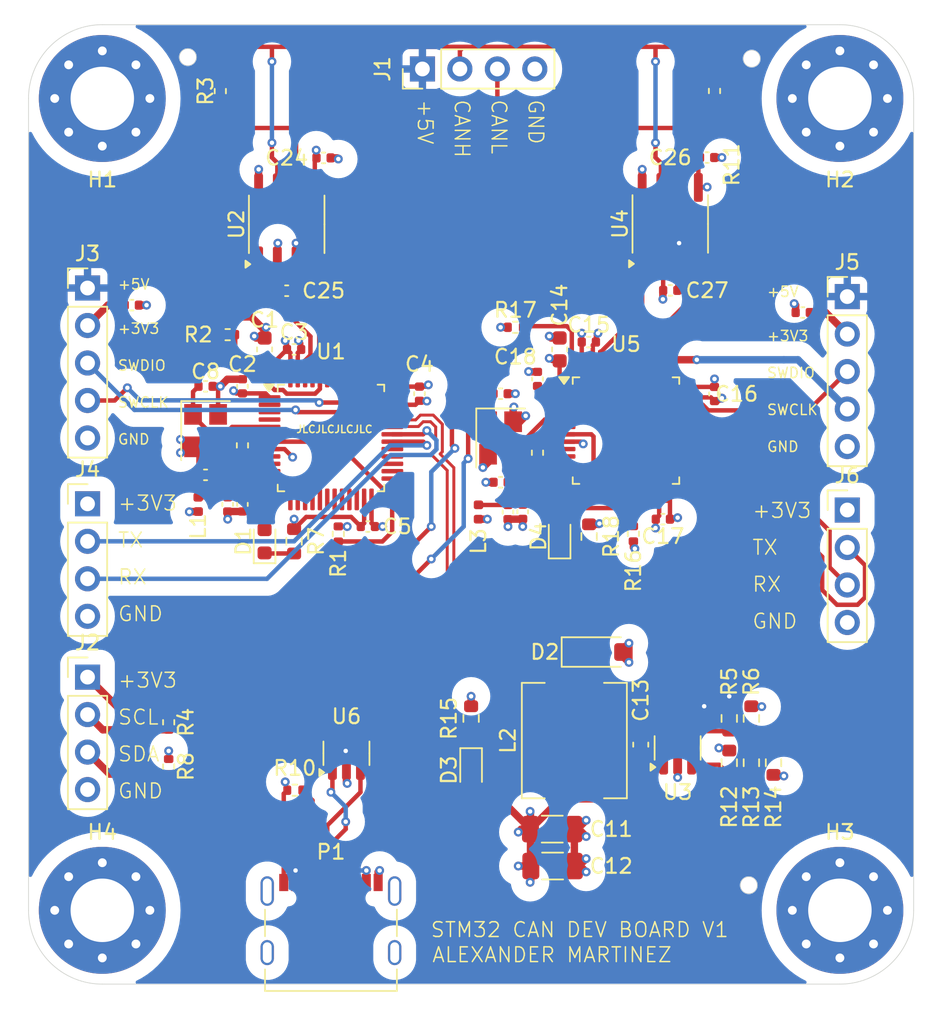
<source format=kicad_pcb>
(kicad_pcb (version 20240108) (generator "pcbnew") (generator_version "8.0")
  (layers (0 "F.Cu" signal) (1 "In1.Cu" power) (2 "In2.Cu" power) (31 "B.Cu" signal) (34 "B.Paste" user) (35 "F.Paste" user) (36 "B.SilkS" user "B.Silkscreen") (37 "F.SilkS" user "F.Silkscreen") (38 "B.Mask" user) (39 "F.Mask" user) (44 "Edge.Cuts" user))
  (net 0 "")
  (net 1 "+3V3")
  (net 2 "GND")
  (net 3 "+3.3VA")
  (net 4 "HSE_IN")
  (net 5 "Net-(C10-Pad1)")
  (net 6 "BUCK_SW")
  (net 7 "BUCK_BST")
  (net 8 "+3.3VA2")
  (net 9 "HSE_IN2")
  (net 10 "Net-(C23-Pad1)")
  (net 11 "LED_STATUS")
  (net 12 "Net-(D1-K)")
  (net 13 "LED_STATUS2")
  (net 14 "Net-(D3-K)")
  (net 15 "Net-(D4-K)")
  (net 16 "SWCLK")
  (net 17 "SWDIO")
  (net 18 "+5V")
  (net 19 "SWDIO2")
  (net 20 "SWCLK2")
  (net 21 "I2C1_SDA")
  (net 22 "I2C1_SCL")
  (net 23 "USART1_RX2")
  (net 24 "USART1_TX2")
  (net 25 "USART1_RX")
  (net 26 "USART1_TX")
  (net 27 "CANL")
  (net 28 "CANH")
  (net 29 "Net-(P1-CC)")
  (net 31 "USB_D-")
  (net 32 "USB_D+")
  (net 33 "BUCK_EN")
  (net 34 "HSE_OUT")
  (net 35 "BUCK_FB")
  (net 36 "Net-(R13-Pad2)")
  (net 37 "Net-(U1-NRST)")
  (net 38 "Net-(U1-BOOT0)")
  (net 39 "Net-(U5-NRST)")
  (net 40 "Net-(U5-BOOT0)")
  (net 41 "HSE_OUT2")
  (net 50 "CAN_RX")
  (net 66 "CAN_TX")
  (net 70 "CAN_TX2")
  (net 76 "CAN_RX2")
  (net 98 "USB_CONN_D-")
  (net 99 "USB_CONN_D+")
  (footprint "Resistor_SMD:R_0402_1005Metric" (layer "F.Cu") (at 141 77.49 90)
    (property "Reference" "R16")
    (property "Value" "10k")
  )
  (footprint "Capacitor_SMD:C_0603_1608Metric" (layer "F.Cu") (at 136 65 90)
    (property "Reference" "C14")
    (property "Value" "4u7")
  )
  (footprint "Capacitor_SMD:C_0402_1005Metric" (layer "F.Cu") (at 143.5 61 180)
    (property "Reference" "C27")
    (property "Value" "100n")
  )
  (footprint "Capacitor_SMD:C_0603_1608Metric" (layer "F.Cu") (at 141.5 91.775 -90)
    (property "Reference" "C13")
    (property "Value" "10n")
  )
  (footprint "Crystal:Crystal_SMD_3225-4Pin_3.2x2.5mm" (layer "F.Cu") (at 112 70.5 -90)
    (property "Reference" "Y1")
    (property "Value" "16MHz")
  )
  (footprint "Resistor_SMD:R_0402_1005Metric" (layer "F.Cu") (at 146.5 47.49 -90)
    (property "Reference" "R11")
    (property "Value" "120")
  )
  (footprint "MountingHole:MountingHole_4.3mm_M4_Pad_Via" (layer "F.Cu") (at 105 48)
    (property "Reference" "H1")
    (property "Value" "MountingHole_Pad")
  )
  (footprint "Crystal:Crystal_SMD_3225-4Pin_3.2x2.5mm" (layer "F.Cu") (at 132 71 -90)
    (property "Reference" "Y2")
    (property "Value" "16MHz")
  )
  (footprint "Capacitor_SMD:C_0402_1005Metric" (layer "F.Cu") (at 107 62)
    (property "Reference" "C19")
    (property "Value" "100n")
  )
  (footprint "Capacitor_SMD:C_0402_1005Metric" (layer "F.Cu") (at 143 76.5 180)
    (property "Reference" "C17")
    (property "Value" "100n")
  )
  (footprint "Capacitor_SMD:C_0402_1005Metric" (layer "F.Cu") (at 132 74 180)
    (property "Reference" "C23")
    (property "Value" "12p")
  )
  (footprint "MountingHole:MountingHole_4.3mm_M4_Pad_Via" (layer "F.Cu") (at 155 103)
    (property "Reference" "H3")
    (property "Value" "MountingHole_Pad")
  )
  (footprint "Resistor_SMD:R_0603_1608Metric" (layer "F.Cu") (at 150.5 93 -90)
    (property "Reference" "R14")
    (property "Value" "270")
  )
  (footprint "Capacitor_SMD:C_0402_1005Metric" (layer "F.Cu") (at 132.5 76.02 -90)
    (property "Reference" "C20")
    (property "Value" "1u")
  )
  (footprint "Capacitor_SMD:C_0402_1005Metric" (layer "F.Cu") (at 112 67.5)
    (property "Reference" "C8")
    (property "Value" "12p")
  )
  (footprint "Capacitor_SMD:C_1206_3216Metric" (layer "F.Cu") (at 135.525 100)
    (property "Reference" "C12")
    (property "Value" "10u")
  )
  (footprint "Package_SO:SOIC-8_3.9x4.9mm_P1.27mm" (layer "F.Cu") (at 143.5 56.5 90)
    (property "Reference" "U4")
    (property "Value" "MCP2562-E-SN")
  )
  (footprint "Capacitor_SMD:C_0402_1005Metric" (layer "F.Cu") (at 114.5 67.5 90)
    (property "Reference" "C2")
    (property "Value" "100n")
  )
  (footprint "Resistor_SMD:R_0402_1005Metric" (layer "F.Cu") (at 134.5 72 -90)
    (property "Reference" "R19")
    (property "Value" "47")
  )
  (footprint "Resistor_SMD:R_0402_1005Metric" (layer "F.Cu") (at 109.5 93.26 -90)
    (property "Reference" "R8")
    (property "Value" "2k2")
  )
  (footprint "Capacitor_SMD:C_0603_1608Metric" (layer "F.Cu") (at 116 65 90)
    (property "Reference" "C1")
    (property "Value" "4u7")
  )
  (footprint "Resistor_SMD:R_0402_1005Metric" (layer "F.Cu") (at 121 77.5 -90)
    (property "Reference" "R1")
    (property "Value" "10k")
  )
  (footprint "Connector_USB:USB_C_Receptacle_Palconn_UTC16-G" (layer "F.Cu") (at 120.5 103.625)
    (property "Reference" "P1")
    (property "Value" "USB_C_Plug_USB2.0")
  )
  (footprint "Resistor_SMD:R_0402_1005Metric" (layer "F.Cu") (at 118.05 94.8625 180)
    (property "Reference" "R10")
    (property "Value" "10k")
  )
  (footprint "Resistor_SMD:R_0402_1005Metric" (layer "F.Cu") (at 113.5 64)
    (property "Reference" "R2")
    (property "Value" "10k")
  )
  (footprint "Inductor_SMD:L_0402_1005Metric" (layer "F.Cu") (at 130.5 76.015 90)
    (property "Reference" "L3")
    (property "Value" "39n")
  )
  (footprint "Resistor_SMD:R_0402_1005Metric" (layer "F.Cu") (at 109.5 90.26 -90)
    (property "Reference" "R4")
    (property "Value" "2k2")
  )
  (footprint "Resistor_SMD:R_0603_1608Metric" (layer "F.Cu") (at 149 93 90)
    (property "Reference" "R13")
    (property "Value" "15k")
  )
  (footprint "Connector_PinHeader_2.54mm:PinHeader_1x04_P2.54mm_Vertical" (layer "F.Cu") (at 126.7 46 90)
    (property "Reference" "J1")
    (property "Value" "Conn_01x04")
  )
  (footprint "Capacitor_SMD:C_0402_1005Metric" (layer "F.Cu") (at 146 52 180)
    (property "Reference" "C26")
    (property "Value" "100n")
  )
  (footprint "Resistor_SMD:R_0402_1005Metric" (layer "F.Cu") (at 133 63.5)
    (property "Reference" "R17")
    (property "Value" "10k")
  )
  (footprint "Connector_PinHeader_2.54mm:PinHeader_1x05_P2.54mm_Vertical" (layer "F.Cu") (at 104 60.84)
    (property "Reference" "J3")
    (property "Value" "Conn_01x05")
  )
  (footprint "Resistor_SMD:R_0603_1608Metric" (layer "F.Cu") (at 147.5 93 -90)
    (property "Reference" "R12")
    (property "Value" "47k")
  )
  (footprint "LED_SMD:LED_0603_1608Metric" (layer "F.Cu") (at 116 78 90)
    (property "Reference" "D1")
    (property "Value" "BLUE")
  )
  (footprint "Inductor_SMD:L_0402_1005Metric" (layer "F.Cu") (at 111.5 75.5 90)
    (property "Reference" "L1")
    (property "Value" "39n")
  )
  (footprint "Capacitor_SMD:C_0402_1005Metric" (layer "F.Cu") (at 134.5 67 90)
    (property "Reference" "C18")
    (property "Value" "100n")
  )
  (footprint "Resistor_SMD:R_0603_1608Metric" (layer "F.Cu") (at 138 77.675 -90)
    (property "Reference" "R18")
    (property "Value" "1k5")
  )
  (footprint "Inductor_SMD:L_Chilisin_BMRx00060630" (layer "F.Cu") (at 137 91.5 -90)
    (property "Reference" "L2")
    (property "Value" "10u")
  )
  (footprint "Capacitor_SMD:C_0402_1005Metric" (layer "F.Cu") (at 137.98 64.5)
    (property "Reference" "C15")
    (property "Value" "100n")
  )
  (footprint "Resistor_SMD:R_0402_1005Metric" (layer "F.Cu") (at 114.5 71.5 -90)
    (property "Reference" "R9")
    (property "Value" "47")
  )
  (footprint "Capacitor_SMD:C_0402_1005Metric" (layer "F.Cu") (at 114.5 75.5 -90)
    (property "Reference" "C9")
    (property "Value" "10n")
  )
  (footprint "Diode_SMD:D_SOD-123" (layer "F.Cu") (at 138.5 85.5)
    (property "Reference" "D2")
    (property "Value" "B5819W")
  )
  (footprint "Resistor_SMD:R_0603_1608Metric" (layer "F.Cu") (at 118 78 -90)
    (property "Reference" "R7")
    (property "Value" "1k5")
  )
  (footprint "LED_SMD:LED_0603_1608Metric" (layer "F.Cu") (at 130 93.5 -90)
    (property "Reference" "D3")
    (property "Value" "RED")
  )
  (footprint "Capacitor_SMD:C_0402_1005Metric" (layer "F.Cu") (at 152.48 62.5 180)
    (property "Reference" "C6")
    (property "Value" "100n")
  )
  (footprint "Package_TO_SOT_SMD:SOT-23-6" (layer "F.Cu") (at 144 92 90)
    (property "Reference" "U3")
    (property "Value" "MP2359DJ-LF-Z")
  )
  (footprint "Connector_PinHeader_2.54mm:PinHeader_1x05_P2.54mm_Vertical" (layer "F.Cu") (at 155.5 61.42)
    (property "Reference" "J5")
    (property "Value" "Conn_01x05")
  )
  (footprint "Connector_PinHeader_2.54mm:PinHeader_1x04_P2.54mm_Vertical" (layer "F.Cu") (at 155.5 75.88)
    (property "Reference" "J6")
    (property "Value" "Conn_01x04")
  )
  (footprint "MountingHole:MountingHole_4.3mm_M4_Pad_Via" (layer "F.Cu") (at 155 48)
    (property "Reference" "H2")
    (property "Value" "MountingHole_Pad")
  )
  (footprint "Resistor_SMD:R_0603_1608Metric" (layer "F.Cu") (at 149 90 90)
    (property "Reference" "R6")
    (property "Value" "68k")
  )
  (footprint "Resistor_SMD:R_0603_1608Metric" (layer "F.Cu") (at 130 90 -90)
    (property "Reference" "R15")
    (property "Value" "1k")
  )
  (footprint "Capacitor_SMD:C_0402_1005Metric" (layer "F.Cu") (at 118 65)
    (property "Reference" "C3")
    (property "Value" "100n")
  )
  (footprint "Connector_PinHeader_2.54mm:PinHeader_1x04_P2.54mm_Vertical" (layer "F.Cu") (at 104 75.46)
    (property "Reference" "J4")
    (property "Value" "Conn_01x04")
  )
  (footprint "Capacitor_SMD:C_0402_1005Metric" (layer "F.Cu") (at 120 52.025)
    (property "Reference" "C24")
    (property "Value" "100n")
  )
  (footprint "Package_QFP:LQFP-48_7x7mm_P0.5mm" (layer "F.Cu") (at 140.5 70.5)
    (property "Reference" "U5")
    (property "Value" "STM32F103C8Tx")
  )
  (footprint "Resistor_SMD:R_0603_1608Metric" (layer "F.Cu") (at 147.5 90 -90)
    (property "Reference" "R5")
    (property "Value" "100k")
  )
  (footprint "Package_SO:SOIC-8_3.9x4.9mm_P1.27mm" (layer "F.Cu") (at 117.5 56.525 90)
    (property "Reference" "U2")
    (property "Value" "MCP2562-E-SN")
  )
  (footprint "Capacitor_SMD:C_0402_1005Metric" (layer "F.Cu") (at 117.5 61.025)
    (property "Reference" "C25")
    (property "Value" "100n")
  )
  (footprint "Capacitor_SMD:C_1206_3216Metric" (layer "F.Cu") (at 135.5 97.5)
    (property "Reference" "C11")
    (property "Value" "10u")
  )
  (footprint "Capacitor_SMD:C_0402_1005Metric" (layer "F.Cu") (at 132 68)
    (property "Reference" "C21")
    (property "Value" "12p")
  )
  (footprint "Connector_PinHeader_2.54mm:PinHeader_1x04_P2.54mm_Vertical" (layer "F.Cu") (at 104 87.2)
    (property "Reference" "J2")
    (property "Value" "Conn_01x04")
  )
  (footprint "Capacitor_SMD:C_0402_1005Metric" (layer "F.Cu") (at 113.5 75.5 -90)
    (property "Reference" "C7")
    (property "Value" "1u")
  )
  (footprint "MountingHole:MountingHole_4.3mm_M4_Pad_Via" (layer "F.Cu") (at 105 103)
    (property "Reference" "H4")
    (property "Value" "MountingHole_Pad")
  )
  (footprint "Package_QFP:LQFP-48_7x7mm_P0.5mm" (layer "F.Cu") (at 120.5 71)
    (property "Reference" "U1")
    (property "Value" "STM32F103C8Tx")
  )
  (footprint "Capacitor_SMD:C_0402_1005Metric" (layer "F.Cu") (at 133.5 76 -90)
    (property "Reference" "C22")
    (property "Value" "10n")
  )
  (footprint "Capacitor_SMD:C_0402_1005Metric" (layer "F.Cu") (at 126.5 68 -90)
    (property "Reference" "C4")
    (property "Value" "100n")
  )
  (footprint "Capacitor_SMD:C_0402_1005Metric" (layer "F.Cu") (at 123 77 180)
    (property "Reference" "C5")
    (property "Value" "100n")
  )
  (footprint "LED_SMD:LED_0603_1608Metric" (layer "F.Cu") (at 136 77.675 90)
    (property "Reference" "D4")
    (property "Value" "BLUE")
  )
  (footprint "Package_TO_SOT_SMD:SOT-23-6" (layer "F.Cu") (at 121.55 92.3625 90)
    (property "Reference" "U6")
    (property "Value" "USBLC6-2SC6")
  )
  (footprint "Resistor_SMD:R_0402_1005Metric" (layer "F.Cu") (at 113 47.5 -90)
    (property "Reference" "R3")
    (property "Value" "120")
  )
  (footprint "Capacitor_SMD:C_0402_1005Metric" (layer "F.Cu") (at 112 73.5 180)
    (property "Reference" "C10")
    (property "Value" "12p")
  )
  (footprint "Capacitor_SMD:C_0402_1005Metric" (layer "F.Cu") (at 146.5 68.02 -90)
    (property "Reference" "C16")
    (property "Value" "100n")
  )
  (gr_circle (center 110.8 45.2) (end 111.376 45.2) (stroke (width 0.05)) (fill none) (layer "Edge.Cuts"))
  (gr_line (start 105 43) (end 155 43) (stroke (width 0.05)) (layer "Edge.Cuts"))
  (gr_arc (start 155 43) (mid 158.535534 44.464466) (end 160 48) (stroke (width 0.05)) (layer "Edge.Cuts"))
  (gr_arc (start 105 108) (mid 101.464466 106.535534) (end 100 103) (stroke (width 0.05)) (layer "Edge.Cuts"))
  (gr_arc (start 160 103) (mid 158.535534 106.535534) (end 155 108) (stroke (width 0.05)) (layer "Edge.Cuts"))
  (gr_circle (center 148.824 101.3) (end 149.4 101.3) (stroke (width 0.05)) (fill none) (layer "Edge.Cuts"))
  (gr_line (start 160 48) (end 160 103) (stroke (width 0.05)) (layer "Edge.Cuts"))
  (gr_line (start 105 108) (end 155 108) (stroke (width 0.05)) (layer "Edge.Cuts"))
  (gr_line (start 100 103) (end 100 48) (stroke (width 0.05)) (layer "Edge.Cuts"))
  (gr_arc (start 100 48) (mid 101.464466 44.464466) (end 105 43) (stroke (width 0.05)) (layer "Edge.Cuts"))
  (gr_circle (center 149.024 45.3) (end 149.6 45.3) (stroke (width 0.05)) (fill none) (layer "Edge.Cuts"))
  (gr_text "SDA" (at 106 93 0) (layer "F.SilkS") (effects (font (size 1 1) (thickness 0.1)) (justify left bottom)))
  (gr_text "GND\n" (at 106 71.5 0) (layer "F.SilkS") (effects (font (size 0.7 0.7) (thickness 0.1)) (justify left bottom)))
  (gr_text "+5V\n" (at 150 61.5 0) (layer "F.SilkS") (effects (font (size 0.7 0.7) (thickness 0.1)) (justify left bottom)))
  (gr_text "TX\n" (at 106 78.5 0) (layer "F.SilkS") (effects (font (size 1 1) (thickness 0.1)) (justify left bottom)))
  (gr_text "RX" (at 149 81.5 0) (layer "F.SilkS") (effects (font (size 1 1) (thickness 0.1)) (justify left bottom)))
  (gr_text "GND" (at 133.8 48 270) (layer "F.SilkS") (effects (font (size 1 1) (thickness 0.1)) (justify left bottom)))
  (gr_text "SCL\n" (at 106 90.5 0) (layer "F.SilkS") (effects (font (size 1 1) (thickness 0.1)) (justify left bottom)))
  (gr_text "+5V\n" (at 106 61 0) (layer "F.SilkS") (effects (font (size 0.7 0.7) (thickness 0.1)) (justify left bottom)))
  (gr_text "GND\n" (at 106 83.5 0) (layer "F.SilkS") (effects (font (size 1 1) (thickness 0.1)) (justify left bottom)))
  (gr_text "SWDIO\n" (at 150 67 0) (layer "F.SilkS") (effects (font (size 0.7 0.7) (thickness 0.1)) (justify left bottom)))
  (gr_text "SWCLK" (at 150 69.5 0) (layer "F.SilkS") (effects (font (size 0.7 0.7) (thickness 0.1)) (justify left bottom)))
  (gr_text "+3V3\n" (at 149 76.5 0) (layer "F.SilkS") (effects (font (size 1 1) (thickness 0.1)) (justify left bottom)))
  (gr_text "SWDIO\n" (at 106 66.5 0) (layer "F.SilkS") (effects (font (size 0.7 0.7) (thickness 0.1)) (justify left bottom)))
  (gr_text "GND\n" (at 150 72 0) (layer "F.SilkS") (effects (font (size 0.7 0.7) (thickness 0.1)) (justify left bottom)))
  (gr_text "+3V3\n" (at 106 88 0) (layer "F.SilkS") (effects (font (size 1 1) (thickness 0.1)) (justify left bottom)))
  (gr_text "STM32 CAN DEV BOARD V1" (at 127.2 104.9 0) (layer "F.SilkS") (effects (font (size 1 1) (thickness 0.1)) (justify left bottom)))
  (gr_text "+3V3\n" (at 150 64.5 0) (layer "F.SilkS") (effects (font (size 0.7 0.7) (thickness 0.1)) (justify left bottom)))
  (gr_text "CANL" (at 131.3 48 270) (layer "F.SilkS") (effects (font (size 1 1) (thickness 0.1)) (justify left bottom)))
  (gr_text "GND\n" (at 106 95.5 0) (layer "F.SilkS") (effects (font (size 1 1) (thickness 0.1)) (justify left bottom)))
  (gr_text "GND\n" (at 149 84 0) (layer "F.SilkS") (effects (font (size 1 1) (thickness 0.1)) (justify left bottom)))
  (gr_text "RX" (at 106 81 0) (layer "F.SilkS") (effects (font (size 1 1) (thickness 0.1)) (justify left bottom)))
  (gr_text "+3V3\n" (at 106 76 0) (layer "F.SilkS") (effects (font (size 1 1) (thickness 0.1)) (justify left bottom)))
  (gr_text "+3V3\n" (at 106 64 0) (layer "F.SilkS") (effects (font (size 0.7 0.7) (thickness 0.1)) (justify left bottom)))
  (gr_text "TX\n" (at 149 79 0) (layer "F.SilkS") (effects (font (size 1 1) (thickness 0.1)) (justify left bottom)))
  (gr_text "SWCLK" (at 106 69 0) (layer "F.SilkS") (effects (font (size 0.7 0.7) (thickness 0.1)) (justify left bottom)))
  (gr_text "CANH" (at 128.8 48 270) (layer "F.SilkS") (effects (font (size 1 1) (thickness 0.1)) (justify left bottom)))
  (gr_text "ALEXANDER MARTINEZ" (at 127.3 106.6 0) (layer "F.SilkS") (effects (font (size 1 1) (thickness 0.1)) (justify left bottom)))
  (gr_text "+5V\n" (at 126.3 48 270) (layer "F.SilkS") (effects (font (size 1 1) (thickness 0.1)) (justify left bottom)))
  (gr_text "JLCJLCJLCJLC\n" (at 118.1 70.7 0) (layer "F.SilkS") (effects (font (size 0.5 0.5) (thickness 0.1)) (justify left bottom)))
  (segment (start 117.75 66.8375) (end 117.75 65.23) (width 0.3) (layer "F.Cu") (net 1))
  (segment (start 134.025 96.325) (end 134 96.3) (width 0.5) (layer "F.Cu") (net 1))
  (segment (start 137.5 64.5) (end 137.5 63.9) (width 0.3) (layer "F.Cu") (net 1))
  (segment (start 126.5 67.52) (end 126.98 67.52) (width 0.3) (layer "F.Cu") (net 1))
  (segment (start 114.5 67.98) (end 114.08 67.98) (width 0.3) (layer "F.Cu") (net 1))
  (segment (start 130.8125 94.2875) (end 130 94.2875) (width 0.5) (layer "F.Cu") (net 1))
  (segment (start 134.05 101.05) (end 134 101.1) (width 0.5) (layer "F.Cu") (net 1))
  (segment (start 152.96 62.5) (end 154.04 62.5) (width 0.5) (layer "F.Cu") (net 1))
  (segment (start 116.745 65.775) (end 117.52 65) (width 0.3) (layer "F.Cu") (net 1))
  (segment (start 109.5 92.75) (end 109.5 92.2) (width 0.3) (layer "F.Cu") (net 1))
  (segment (start 125.3925 67.52) (end 126.5 67.52) (width 0.3) (layer "F.Cu") (net 1))
  (segment (start 145.405 54.025) (end 145.405 52.115) (width 0.3) (layer "F.Cu") (net 1))
  (segment (start 116.0675 67.98) (end 116.3375 68.25) (width 0.3) (layer "F.Cu") (net 1))
  (segment (start 114.08 67.98) (end 113.9 67.8) (width 0.3) (layer "F.Cu") (net 1))
  (segment (start 116 65.775) (end 116.745 65.775) (width 0.3) (layer "F.Cu") (net 1))
  (segment (start 119.405 54.05) (end 119.405 52.14) (width 0.3) (layer "F.Cu") (net 1))
  (segment (start 106.55 89.75) (end 104 87.2) (width 0.5) (layer "F.Cu") (net 1))
  (segment (start 145.975 54.025) (end 146 54) (width 0.3) (layer "F.Cu") (net 1))
  (segment (start 109.5 89.75) (end 106.55 89.75) (width 0.5) (layer "F.Cu") (net 1))
  (segment (start 144.8725 67.54) (end 144.6625 67.75) (width 0.3) (layer "F.Cu") (net 1))
  (segment (start 136 65.775) (end 136 67.4125) (width 0.3) (layer "F.Cu") (net 1))
  (segment (start 126.98 67.52) (end 127.1 67.4) (width 0.3) (layer "F.Cu") (net 1))
  (segment (start 135.475 65.775) (end 135.3 65.6) (width 0.3) (layer "F.Cu") (net 1))
  (segment (start 134.77 67.75) (end 134.5 67.48) (width 0.3) (layer "F.Cu") (net 1))
  (segment (start 134.05 100) (end 134.05 101.05) (width 0.5) (layer "F.Cu") (net 1))
  (segment (start 134.05 100) (end 133.2 100) (width 0.5) (layer "F.Cu") (net 1))
  (segment (start 136.3375 67.75) (end 134.77 67.75) (width 0.3) (layer "F.Cu") (net 1))
  (segment (start 143.48 74.8925) (end 143.25 74.6625) (width 0.3) (layer "F.Cu") (net 1))
  (segment (start 143.48 76.5) (end 143.9 76.5) (width 0.3) (layer "F.Cu") (net 1))
  (segment (start 109.819999 89.75) (end 109.5 89.75) (width 0.5) (layer "F.Cu") (net 1))
  (segment (start 124.6625 68.25) (end 125.3925 67.52) (width 0.3) (layer "F.Cu") (net 1))
  (segment (start 134.025 97.5) (end 134.025 96.325) (width 0.5) (layer "F.Cu") (net 1))
  (segment (start 145.405 54.025) (end 145.975 54.025) (width 0.3) (layer "F.Cu") (net 1))
  (segment (start 134.025 99.975) (end 134.05 100) (width 0.5) (layer "F.Cu") (net 1))
  (segment (start 111.5 75.985) (end 110.915 75.985) (width 0.5) (layer "F.Cu") (net 1))
  (segment (start 134.025 97.5) (end 134.025 99.975) (width 0.5) (layer "F.Cu") (net 1))
  (segment (start 137.5 64.5) (end 137.5 66.0875) (width 0.3) (layer "F.Cu") (net 1))
  (segment (start 130.5 76.5) (end 131.1 76.5) (width 0.5) (layer "F.Cu") (net 1))
  (segment (start 123.25 76.77) (end 123.48 77) (width 0.3) (layer "F.Cu") (net 1))
  (segment (start 136 65.775) (end 135.475 65.775) (width 0.3) (layer "F.Cu") (net 1))
  (segment (start 117.75 65.23) (end 117.52 65) (width 0.3) (layer "F.Cu") (net 1))
  (segment (start 154.04 62.5) (end 155.5 63.96) (width 0.5) (layer "F.Cu") (net 1))
  (segment (start 134.025 97.5) (end 133.4 97.5) (width 0.5) (layer "F.Cu") (net 1))
  (segment (start 134.025 97.5) (end 137 94.525) (width 0.5) (layer "F.Cu") (net 1))
  (segment (start 141 78.4) (end 141.1 78.5) (width 0.5) (layer "F.Cu") (net 1))
  (segment (start 133.4 97.5) (end 133.2 97.7) (width 0.5) (layer "F.Cu") (net 1))
  (segment (start 106.52 62) (end 105.38 62) (width 0.5) (layer "F.Cu") (net 1))
  (segment (start 110.915 75.985) (end 110.9 76) (width 0.5) (layer "F.Cu") (net 1))
  (segment (start 119.405 52.14) (end 119.52 52.025) (width 0.3) (layer "F.Cu") (net 1))
  (segment (start 117.52 64.52) (end 117.4 64.4) (width 0.3) (layer "F.Cu") (net 1))
  (segment (start 117.52 65) (end 117.52 64.52) (width 0.3) (layer "F.Cu") (net 1))
  (segment (start 145.405 52.115) (end 145.52 52) (width 0.3) (layer "F.Cu") (net 1))
  (segment (start 136 67.4125) (end 136.3375 67.75) (width 0.3) (layer "F.Cu") (net 1))
  (segment (start 143.9 76.5) (end 144 76.4) (width 0.3) (layer "F.Cu") (net 1))
  (segment (start 146.5 67.54) (end 144.8725 67.54) (width 0.3) (layer "F.Cu") (net 1))
  (segment (start 141 78) (end 141 78.4) (width 0.5) (layer "F.Cu") (net 1))
  (segment (start 134.025 97.5) (end 130.8125 94.2875) (width 0.5) (layer "F.Cu") (net 1))
  (segment (start 105.38 62) (end 104 63.38) (width 0.5) (layer "F.Cu") (net 1))
  (segment (start 143.48 76.5) (end 143.48 74.8925) (width 0.3) (layer "F.Cu") (net 1))
  (segment (start 114.5 67.98) (end 116.0675 67.98) (width 0.3) (layer "F.Cu") (net 1))
  (segment (start 137.5 66.0875) (end 137.75 66.3375) (width 0.3) (layer "F.Cu") (net 1))
  (segment (start 123.25 75.1625) (end 123.25 76.77) (width 0.3) (layer "F.Cu") (net 1))
  (via (at 134 101.1) (size 0.6) (drill 0.3) (layers "F.Cu" "B.Cu") (net 1))
  (via (at 124 77) (size 0.6) (drill 0.3) (layers "F.Cu" "B.Cu") (net 1))
  (via (at 144 76.4) (size 0.6) (drill 0.3) (layers "F.Cu" "B.Cu") (net 1))
  (via (at 131.1 76.5) (size 0.6) (drill 0.3) (layers "F.Cu" "B.Cu") (net 1))
  (via (at 117.4 64.4) (size 0.6) (drill 0.3) (layers "F.Cu" "B.Cu") (net 1))
  (via (at 133.2 100) (size 0.6) (drill 0.3) (layers "F.Cu" "B.Cu") (net 1))
  (via (at 109.5 92.2) (size 0.6) (drill 0.3) (layers "F.Cu" "B.Cu") (net 1))
  (via (at 141.1 78.5) (size 0.6) (drill 0.3) (layers "F.Cu" "B.Cu") (net 1))
  (via (at 121.6 77) (size 0.6) (drill 0.3) (layers "F.Cu" "B.Cu") (net 1))
  (via (at 110.9 76) (size 0.6) (drill 0.3) (layers "F.Cu" "B.Cu") (net 1))
  (via (at 146.5 67) (size 0.6) (drill 0.3) (layers "F.Cu" "B.Cu") (net 1))
  (via (at 127.1 67.4) (size 0.6) (drill 0.3) (layers "F.Cu" "B.Cu") (net 1))
  (via (at 133.2 97.7) (size 0.6) (drill 0.3) (layers "F.Cu" "B.Cu") (net 1))
  (via (at 146.8 92) (size 0.6) (drill 0.3) (layers "F.Cu" "B.Cu") (net 1))
  (via (at 113.9 67.8) (size 0.6) (drill 0.3) (layers "F.Cu" "B.Cu") (net 1))
  (via (at 134 96.3) (size 0.6) (drill 0.3) (layers "F.Cu" "B.Cu") (net 1))
  (via (at 135.3 65.6) (size 0.6) (drill 0.3) (layers "F.Cu" "B.Cu") (net 1))
  (via (at 119.5 51.5) (size 0.6) (drill 0.3) (layers "F.Cu" "B.Cu") (net 1))
  (via (at 137.5 63.9) (size 0.6) (drill 0.3) (layers "F.Cu" "B.Cu") (net 1))
  (via (at 146 54) (size 0.6) (drill 0.3) (layers "F.Cu" "B.Cu") (net 1))
  (segment (start 118.825 76.35) (end 118 77.175) (width 0.3) (layer "F.Cu") (net 2))
  (segment (start 132.49 63.5) (end 132 63.5) (width 0.5) (layer "F.Cu") (net 2))
  (segment (start 124.6625 68.75) (end 126.23 68.75) (width 0.3) (layer "F.Cu") (net 2))
  (segment (start 122.75 75.1625) (end 122.75 76.77) (width 0.3) (layer "F.Cu") (net 2))
  (segment (start 152 62.5) (end 152 62) (width 0.5) (layer "F.Cu") (net 2))
  (segment (start 142.52 76.5) (end 142.52 77.08) (width 0.3) (layer "F.Cu") (net 2))
  (segment (start 138.46 64.5) (end 138.25 64.71) (width 0.3) (layer "F.Cu") (net 2))
  (segment (start 137.45 71.25) (end 136.3375 71.25) (width 0.3) (layer "F.Cu") (net 2))
  (segment (start 114.5 67.02) (end 113.48 67.02) (width 0.5) (layer "F.Cu") (net 2))
  (segment (start 131.15 72.1) (end 131.15 72.65) (width 0.5) (layer "F.Cu") (net 2))
  (segment (start 111.15 71.6) (end 110.7 71.6) (width 0.5) (layer "F.Cu") (net 2))
  (segment (start 146.5 68.5) (end 146.25 68.25) (width 0.3) (layer "F.Cu") (net 2))
  (segment (start 133.3 69.9) (end 133.7 69.5) (width 0.5) (layer "F.Cu") (net 2))
  (segment (start 142.52 77.08) (end 142.5 77.1) (width 0.3) (layer "F.Cu") (net 2))
  (segment (start 131.52 74) (end 131 74) (width 0.5) (layer "F.Cu") (net 2))
  (segment (start 137.3 97.5) (end 137.8 98) (width 0.5) (layer "F.Cu") (net 2))
  (segment (start 132.5 76.5) (end 133.48 76.5) (width 0.5) (layer "F.Cu") (net 2))
  (segment (start 120.925 52.025) (end 121 52.1) (width 0.5) (layer "F.Cu") (net 2))
  (segment (start 138.25 64.71) (end 138.25 66.3375) (width 0.3) (layer "F.Cu") (net 2))
  (segment (start 122.75 76.77) (end 122.52 77) (width 0.3) (layer "F.Cu") (net 2))
  (segment (start 132.85 69.9) (end 133.3 69.9) (width 0.5) (layer "F.Cu") (net 2))
  (segment (start 107.48 62) (end 108 62) (width 0.5) (layer "F.Cu") (net 2))
  (segment (start 143 61.02) (end 143.02 61) (width 0.5) (layer "F.Cu") (net 2))
  (segment (start 126.5 68.48) (end 126.98 68.48) (width 0.3) (layer "F.Cu") (net 2))
  (segment (start 132.85 68.95) (end 132.9 68.9) (width 0.5) (layer "F.Cu") (net 2))
  (segment (start 113.5 75.98) (end 113.5 76.5) (width 0.5) (layer "F.Cu") (net 2))
  (segment (start 116 63.7) (end 115.1 62.8) (width 0.5) (layer "F.Cu") (net 2))
  (segment (start 131.15 72.65) (end 130.8 73) (width 0.5) (layer "F.Cu") (net 2))
  (segment (start 126.23 68.75) (end 126.5 68.48) (width 0.3) (layer "F.Cu") (net 2))
  (segment (start 118.25 66.8375) (end 118.25 65.23) (width 0.3) (layer "F.Cu") (net 2))
  (segment (start 134.5 66.52) (end 133.92 66.52) (width 0.5) (layer "F.Cu") (net 2))
  (segment (start 141.595 54.025) (end 141.595 52.805) (width 0.5) (layer "F.Cu") (net 2))
  (segment (start 142.52 76.5) (end 142.75 76.27) (width 0.3) (layer "F.Cu") (net 2))
  (segment (start 140.15 85.5) (end 140.15 85.45) (width 0.5) (layer "F.Cu") (net 2))
  (segment (start 116 63.6) (end 116.1 63.5) (width 0.5) (layer "F.Cu") (net 2))
  (segment (start 116 64.225) (end 116 63.6) (width 0.5) (layer "F.Cu") (net 2))
  (segment (start 113.48 67.02) (end 113 67.5) (width 0.5) (layer "F.Cu") (net 2))
  (segment (start 122.52 77) (end 121.87 76.35) (width 0.3) (layer "F.Cu") (net 2))
  (segment (start 132.5 76.5) (end 132.5 77) (width 0.5) (layer "F.Cu") (net 2))
  (segment (start 137 100) (end 137 97.525) (width 0.5) (layer "F.Cu") (net 2))
  (segment (start 121.87 76.35) (end 118.825 76.35) (width 0.3) (layer "F.Cu") (net 2))
  (segment (start 133.48 76.5) (end 133.5 76.48) (width 0.5) (layer "F.Cu") (net 2))
  (segment (start 138.46 64.04) (end 138.6 63.9) (width 0.3) (layer "F.Cu") (net 2))
  (segment (start 140.15 85.5) (end 140.15 85.65) (width 0.5) (layer "F.Cu") (net 2))
  (segment (start 137.3 100) (end 137.8 99.5) (width 0.5) (layer "F.Cu") (net 2))
  (segment (start 112.48 67.5) (end 113 67.5) (width 0.5) (layer "F.Cu") (net 2))
  (segment (start 138 76.85) (end 138.65 76.85) (width 0.5) (layer "F.Cu") (net 2))
  (segment (start 138.46 64.5) (end 138.46 64.04) (width 0.3) (layer "F.Cu") (net 2))
  (segment (start 113.870001 62.8) (end 112.99 63.680001) (width 0.5) (layer "F.Cu") (net 2))
  (segment (start 146.25 68.25) (end 144.6625 68.25) (width 0.3) (layer "F.Cu") (net 2))
  (segment (start 138.65 76.85) (end 138.7 76.8) (width 0.5) (layer "F.Cu") (net 2))
  (segment (start 116.865 59) (end 116.865 60.87) (width 0.3) (layer "F.Cu") (net 2))
  (segment (start 116.865 59) (end 116.865 57.835) (width 0.3) (layer "F.Cu") (net 2))
  (segment (start 126.98 68.48) (end 127 68.5) (width 0.3) (layer "F.Cu") (net 2))
  (segment (start 152 62) (end 151.9 61.9) (width 0.5) (layer "F.Cu") (net 2))
  (segment (start 116.3375 71.75) (end 117.35 71.75) (width 0.3) (layer "F.Cu") (net 2))
  (segment (start 123.7 100.4) (end 123.8 100.3) (width 0.5) (layer "F.Cu") (net 2))
  (segment (start 140.15 85.45) (end 140.7 84.9) (width 0.5) (layer "F.Cu") (net 2))
  (segment (start 110.7 71.6) (end 110.3 72) (width 0.5) (layer "F.Cu") (net 2))
  (segment (start 142.75 76.27) (end 142.75 74.6625) (width 0.3) (layer "F.Cu") (net 2))
  (segment (start 116.865 60.87) (end 117.02 61.025) (width 0.3) (layer "F.Cu") (net 2))
  (segment (start 136.975 97.5) (end 137.3 97.5) (width 0.5) (layer "F.Cu") (net 2))
  (segment (start 141.595 52.805) (end 141.6 52.8) (width 0.5) (layer "F.Cu") (net 2))
  (segment (start 140.15 85.65) (end 140.7 86.2) (width 0.5) (layer "F.Cu") (net 2))
  (segment (start 137.6 71.4) (end 137.45 71.25) (width 0.3) (layer "F.Cu") (net 2))
  (segment (start 115.595 54.05) (end 115.595 52.805) (width 0.5) (layer "F.Cu") (net 2))
  (segment (start 135.425 64.225) (end 135.3 64.1) (width 0.5) (layer "F.Cu") (net 2))
  (segment (start 146.48 52) (end 147 52) (width 0.5) (layer "F.Cu") (net 2))
  (segment (start 112.85 69.4) (end 112.85 67.65) (width 0.3) (layer "F.Cu") (net 2))
  (segment (start 118.25 65.23) (end 118.48 65) (width 0.3) (layer "F.Cu") (net 2))
  (segment (start 137 100) (end 137.4 100) (width 0.5) (layer "F.Cu") (net 2))
  (segment (start 140.7 86.2) (end 140.7 84.9) (width 0.5) (layer "F.Cu") (net 2))
  (segment (start 111.52 71.97) (end 111.15 71.6) (width 0.3) (layer "F.Cu") (net 2))
  (segment (start 115.1 62.8) (end 113.870001 62.8) (width 0.5) (layer "F.Cu") (net 2))
  (segment (start 143 61.6) (end 143 61.02) (width 0.5) (layer "F.Cu") (net 2))
  (segment (start 136.975 97.5) (end 137.2 97.5) (width 0.5) (layer "F.Cu") (net 2))
  (segment (start 111.52 73.5) (end 111.52 71.97) (width 0.3) (layer "F.Cu") (net 2))
  (segment (start 137.4 100) (end 137.8 100.4) (width 0.5) (layer "F.Cu") (net 2))
  (segment (start 121.55 93.5) (end 121.55 94.35) (width 0.5) (layer "F.Cu") (net 2))
  (segment (start 113.5 75.98) (end 114.5 75.98) (width 0.5) (layer "F.Cu") (net 2))
  (segment (start 146.5 68.5) (end 146.8 68.5) (width 0.3) (layer "F.Cu") (net 2))
  (segment (start 143.02 59.13) (end 142.865 58.975) (width 0.3) (layer "F.Cu") (net 2))
  (segment (start 116 64.225) (end 115.425 64.225) (width 0.5) (layer "F.Cu") (net 2))
  (segment (start 130 89.175) (end 130 88.5) (width 0.5) (layer "F.Cu") (net 2))
  (segment (start 137 97.525) (end 136.975 97.5) (width 0.5) (layer "F.Cu") (net 2))
  (segment (start 132.48 68) (end 133 68) (width 0.5) (layer "F.Cu") (net 2))
  (segment (start 117.54 94.8625) (end 117.3 95.1025) (width 0.3) (layer "F.Cu") (net 2))
  (segment (start 123.7 101.115) (end 123.7 100.4) (width 0.5) (layer "F.Cu") (net 2))
  (segment (start 137.2 97.5) (end 137.8 96.9) (width 0.5) (layer "F.Cu") (net 2))
  (segment (start 143.02 61) (end 143.02 59.13) (width 0.3) (layer "F.Cu") (net 2))
  (segment (start 133.92 66.52) (end 133.9 66.5) (width 0.5) (layer "F.Cu") (net 2))
  (segment (start 136 64.225) (end 135.425 64.225) (width 0.5) (layer "F.Cu") (net 2))
  (segment (start 120.48 52.025) (end 120.925 52.025) (width 0.5) (layer "F.Cu") (net 2))
  (segment (start 146.8 68.5) (end 147 68.3) (width 0.3) (layer "F.Cu") (net 2))
  (segment (start 115.425 64.225) (end 115.3 64.1) (width 0.5) (layer "F.Cu") (net 2))
  (segment (start 112.85 67.65) (end 113 67.5) (width 0.3) (layer "F.Cu") (net 2))
  (segment (start 116.865 57.835) (end 116.9 57.8) (width 0.3) (layer "F.Cu") (net 2))
  (segment (start 121.55 94.35) (end 121.6 94.4) (width 0.5) (layer "F.Cu") (net 2))
  (segment (start 117.35 71.75) (end 117.9 72.3) (width 0.3) (layer "F.Cu") (net 2))
  (segment (start 118.48 65) (end 118.48 64.58) (width 0.3) (layer "F.Cu") (net 2))
  (segment (start 133.5 76.48) (end 133.5 77) (width 0.5) (layer "F.Cu") (net 2))
  (segment (start 137 100) (end 137.3 100) (width 0.5) (layer "F.Cu") (net 2))
  (segment (start 112.99 63.680001) (end 112.99 64) (width 0.5) (layer "F.Cu") (net 2))
  (segment (start 117.3 95.1025) (end 117.3 101.115) (width 0.3) (layer "F.Cu") (net 2))
  (segment (start 110.8 71.6) (end 110.3 71.1) (width 0.5) (layer "F.Cu") (net 2))
  (segment (start 115.595 52.805) (end 115.6 52.8) (width 0.5) (layer "F.Cu") (net 2))
  (segment (start 116 64.225) (end 116 63.7) (width 0.5) (layer "F.Cu") (net 2))
  (segment (start 132.85 69.9) (end 132.85 68.95) (width 0.5) (layer "F.Cu") (net 2))
  (segment (start 111.15 71.6) (end 110.8 71.6) (width 0.5) (layer "F.Cu") (net 2))
  (segment (start 118.48 64.58) (end 118.3 64.4) (width 0.3) (layer "F.Cu") (net 2))
  (via (at 110.3 71.1) (size 0.6) (drill 0.3) (layers "F.Cu" "B.Cu") (net 2))
  (via (at 140.7 84.9) (size 0.6) (drill 0.3) (layers "F.Cu" "B.Cu") (net 2))
  (via (at 137.8 99.5) (size 0.6) (drill 0.3) (layers "F.Cu" "B.Cu") (net 2))
  (via (at 108 62) (size 0.6) (drill 0.3) (layers "F.Cu" "B.Cu") (net 2))
  (via (at 149.7 89.2) (size 0.6) (drill 0.3) (layers "F.Cu" "B.Cu") (net 2))
  (via (at 133.9 66.5) (size 0.6) (drill 0.3) (layers "F.Cu" "B.Cu") (net 2))
  (via (at 118 76.5) (size 0.6) (drill 0.3) (layers "F.Cu" "B.Cu") (net 2))
  (via (at 137.6 71.4) (size 0.6) (drill 0.3) (layers "F.Cu" "B.Cu") (net 2))
  (via (at 115.6 52.8) (size 0.6) (drill 0.3) (layers "F.Cu" "B.Cu") (net 2))
  (via (at 147 68.3) (size 0.6) (drill 0.3) (layers "F.Cu" "B.Cu") (net 2))
  (via (at 137.8 100.4) (size 0.6) (drill 0.3) (layers "F.Cu" "B.Cu") (net 2))
  (via (at 121 52.1) (size 0.6) (drill 0.3) (layers "F.Cu" "B.Cu") (net 2))
  (via (at 121.6 94.4) (size 0.6) (drill 0.3) (layers "F.Cu" "B.Cu") (net 2))
  (via (at 133.7 69.5) (size 0.6) (drill 0.3) (layers "F.Cu" "B.Cu") (net 2))
  (via (at 132.9 68.9) (size 0.6) (drill 0.3) (layers "F.Cu" "B.Cu") (net 2))
  (via (at 135.3 64.1) (size 0.6) (drill 0.3) (layers "F.Cu" "B.Cu") (net 2))
  (via (at 141.6 52.8) (size 0.6) (drill 0.3) (layers "F.Cu" "B.Cu") (net 2))
  (via (at 143 61.6) (size 0.6) (drill 0.3) (layers "F.Cu" "B.Cu") (net 2))
  (via (at 137.8 96.9) (size 0.6) (drill 0.3) (layers "F.Cu" "B.Cu") (net 2))
  (via (at 138.7 76.8) (size 0.6) (drill 0.3) (layers "F.Cu" "B.Cu") (net 2))
  (via (at 140.7 86.2) (size 0.6) (drill 0.3) (layers "F.Cu" "B.Cu") (net 2))
  (via (at 117.4 94.3) (size 0.6) (drill 0.3) (layers "F.Cu" "B.Cu") (net 2))
  (via (at 133 68) (size 0.6) (drill 0.3) (layers "F.Cu" "B.Cu") (net 2))
  (via (at 132 63.5) (size 0.6) (drill 0.3) (layers "F.Cu" "B.Cu") (net 2))
  (via (at 144 94) (size 0.6) (drill 0.3) (layers "F.Cu" "B.Cu") (net 2))
  (via (at 115.3 64.1) (size 0.6) (drill 0.3) (layers "F.Cu" "B.Cu") (net 2))
  (via (at 127 68.5) (size 0.6) (drill 0.3) (layers "F.Cu" "B.Cu") (net 2))
  (via (at 133.5 77) (size 0.6) (drill 0.3) (layers "F.Cu" "B.Cu") (net 2))
  (via (at 116.9 57.8) (size 0.6) (drill 0.3) (layers "F.Cu" "B.Cu") (net 2))
  (via (at 151.9 61.9) (size 0.6) (drill 0.3) (layers "F.Cu" "B.Cu") (net 2))
  (via (at 116.1 63.5) (size 0.6) (drill 0.3) (layers "F.Cu" "B.Cu") (net 2))
  (via (at 130 88.5) (size 0.6) (drill 0.3) (layers "F.Cu" "B.Cu") (net 2))
  (via (at 137.8 98) (size 0.6) (drill 0.3) (layers "F.Cu" "B.Cu") (net 2))
  (via (at 138.6 63.9) (size 0.6) (drill 0.3) (layers "F.Cu" "B.Cu") (net 2))
  (via (at 110.3 72) (size 0.6) (drill 0.3) (layers "F.Cu" "B.Cu") (net 2))
  (via (at 113 67.5) (size 0.6) (drill 0.3) (layers "F.Cu" "B.Cu") (net 2))
  (via (at 123.8 100.3) (size 0.6) (drill 0.3) (layers "F.Cu" "B.Cu") (net 2))
  (via (at 132.5 77) (size 0.6) (drill 0.3) (layers "F.Cu" "B.Cu") (net 2))
  (via (at 131 74) (size 0.6) (drill 0.3) (layers "F.Cu" "B.Cu") (net 2))
  (via (at 147 52) (size 0.6) (drill 0.3) (layers "F.Cu" "B.Cu") (net 2))
  (via (at 118.3 64.4) (size 0.6) (drill 0.3) (layers "F.Cu" "B.Cu") (net 2))
  (via (at 117.9 72.3) (size 0.6) (drill 0.3) (layers "F.Cu" "B.Cu") (net 2))
  (via (at 130.8 73) (size 0.6) (drill 0.3) (layers "F.Cu" "B.Cu") (net 2))
  (via (at 151.2 93.9) (size 0.6) (drill 0.3) (layers "F.Cu" "B.Cu") (net 2))
  (via (at 142.5 77.1) (size 0.6) (drill 0.3) (layers "F.Cu" "B.Cu") (net 2))
  (via (at 113.5 76.5) (size 0.6) (drill 0.3) (layers "F.Cu" "B.Cu") (net 2))
  (segment (start 114.5 75.02) (end 113.5 75.02) (width 0.3) (layer "F.Cu") (net 3))
  (segment (start 114.5 73.24688) (end 115.49688 72.25) (width 0.3) (layer "F.Cu") (net 3))
  (segment (start 111.505 75.02) (end 111.5 75.015) (width 0.3) (layer "F.Cu") (net 3))
  (segment (start 115.49688 72.25) (end 116.3375 72.25) (width 0.3) (layer "F.Cu") (net 3))
  (segment (start 114.5 75.02) (end 114.5 73.24688) (width 0.3) (layer "F.Cu") (net 3))
  (segment (start 113.5 75.02) (end 111.505 75.02) (width 0.3) (layer "F.Cu") (net 3))
  (segment (start 111.15 69.4) (end 111.15 67.87) (width 0.3) (layer "F.Cu") (net 4))
  (segment (start 116.3375 70.25) (end 113.8 70.25) (width 0.3) (layer "F.Cu") (net 4))
  (segment (start 113.8 70.25) (end 113.6 70.45) (width 0.3) (layer "F.Cu") (net 4))
  (segment (start 111.15 69.5) (end 111.15 69.4) (width 0.3) (layer "F.Cu") (net 4))
  (segment (start 113.6 70.45) (end 112.1 70.45) (width 0.3) (layer "F.Cu") (net 4))
  (segment (start 112.1 70.45) (end 111.15 69.5) (width 0.3) (layer "F.Cu") (net 4))
  (segment (start 111.15 67.87) (end 111.52 67.5) (width 0.3) (layer "F.Cu") (net 4))
  (segment (start 113.26 72.01) (end 112.85 71.6) (width 0.3) (layer "F.Cu") (net 5))
  (segment (start 112.85 71.6) (end 112.85 73.13) (width 0.3) (layer "F.Cu") (net 5))
  (segment (start 114.5 72.01) (end 113.26 72.01) (width 0.3) (layer "F.Cu") (net 5))
  (segment (start 112.85 73.13) (end 112.48 73.5) (width 0.3) (layer "F.Cu") (net 5))
  (segment (start 139.525 91) (end 141.5 91) (width 0.5) (layer "F.Cu") (net 6))
  (segment (start 137 88.475) (end 137 85.65) (width 0.5) (layer "F.Cu") (net 6))
  (segment (start 143.05 90.8625) (end 141.6375 90.8625) (width 0.5) (layer "F.Cu") (net 6))
  (segment (start 137 85.65) (end 136.85 85.5) (width 0.5) (layer "F.Cu") (net 6))
  (segment (start 141.6375 90.8625) (end 141.5 91) (width 0.5) (layer "F.Cu") (net 6))
  (segment (start 137 88.475) (end 139.525 91) (width 0.5) (layer "F.Cu") (net 6))
  (segment (start 142.4625 92.55) (end 143.05 93.1375) (width 0.5) (layer "F.Cu") (net 7))
  (segment (start 141.5 92.55) (end 142.4625 92.55) (width 0.5) (layer "F.Cu") (net 7))
  (segment (start 133.5 75.52) (end 135.25 73.77) (width 0.3) (layer "F.Cu") (net 8))
  (segment (start 132.5 75.54) (end 130.51 75.54) (width 0.3) (layer "F.Cu") (net 8))
  (segment (start 135.25 71.99688) (end 135.49688 71.75) (width 0.3) (layer "F.Cu") (net 8))
  (segment (start 133.5 75.52) (end 132.52 75.52) (width 0.3) (layer "F.Cu") (net 8))
  (segment (start 132.52 75.52) (end 132.5 75.54) (width 0.3) (layer "F.Cu") (net 8))
  (segment (start 135.49688 71.75) (end 136.3375 71.75) (width 0.3) (layer "F.Cu") (net 8))
  (segment (start 135.25 73.77) (end 135.25 71.99688) (width 0.3) (layer "F.Cu") (net 8))
  (segment (start 130.51 75.54) (end 130.5 75.53) (width 0.3) (layer "F.Cu") (net 8))
  (segment (start 131.15 70.15) (end 131.15 69.9) (width 0.3) (layer "F.Cu") (net 9))
  (segment (start 136.3375 69.75) (end 135 69.75) (width 0.3) (layer "F.Cu") (net 9))
  (segment (start 131.15 68.37) (end 131.52 68) (width 0.3) (layer "F.Cu") (net 9))
  (segment (start 132 71) (end 131.15 70.15) (width 0.3) (layer "F.Cu") (net 9))
  (segment (start 131.15 69.9) (end 131.15 68.37) (width 0.3) (layer "F.Cu") (net 9))
  (segment (start 135 69.75) (end 133.75 71) (width 0.3) (layer "F.Cu") (net 9))
  (segment (start 133.75 71) (end 132 71) (width 0.3) (layer "F.Cu") (net 9))
  (segment (start 133.26 72.51) (end 132.85 72.1) (width 0.3) (layer "F.Cu") (net 10))
  (segment (start 134.5 72.51) (end 133.26 72.51) (width 0.3) (layer "F.Cu") (net 10))
  (segment (start 132.85 72.1) (end 132.85 73.63) (width 0.3) (layer "F.Cu") (net 10))
  (segment (start 132.85 73.63) (end 132.48 74) (width 0.3) (layer "F.Cu") (net 10))
  (segment (start 116 74.0875) (end 116.3375 73.75) (width 0.3) (layer "F.Cu") (net 11))
  (segment (start 116 77.2125) (end 116 74.0875) (width 0.3) (layer "F.Cu") (net 11))
  (segment (start 116.0375 78.825) (end 116 78.7875) (width 0.3) (layer "F.Cu") (net 12))
  (segment (start 118 78.825) (end 116.0375 78.825) (width 0.3) (layer "F.Cu") (net 12))
  (segment (start 136 73.5875) (end 136.3375 73.25) (width 0.3) (layer "F.Cu") (net 13))
  (segment (start 136 76.8875) (end 136 73.5875) (width 0.3) (layer "F.Cu") (net 13))
  (segment (start 130 90.825) (end 130 92.7125) (width 0.5) (layer "F.Cu") (net 14))
  (segment (start 136 78.4625) (end 137.9625 78.4625) (width 0.3) (layer "F.Cu") (net 15))
  (segment (start 137.9625 78.4625) (end 138 78.5) (width 0.3) (layer "F.Cu") (net 15))
  (segment (start 123.25 66.8375) (end 123.25 67.67812) (width 0.3) (layer "F.Cu") (net 16))
  (segment (start 106.7 67.6) (end 105.84 68.46) (width 0.3) (layer "F.Cu") (net 16))
  (segment (start 105.84 68.46) (end 104 68.46) (width 0.3) (layer "F.Cu") (net 16))
  (segment (start 122.32812 68.6) (end 119.7 68.6) (width 0.3) (layer "F.Cu") (net 16))
  (segment (start 123.25 67.67812) (end 122.32812 68.6) (width 0.3) (layer "F.Cu") (net 16))
  (via (at 106.7 67.6) (size 0.6) (drill 0.3) (layers "F.Cu" "B.Cu") (net 16))
  (via (at 119.7 68.6) (size 0.6) (drill 0.3) (layers "F.Cu" "B.Cu") (net 16))
  (segment (start 119.55 68.45) (end 107.55 68.45) (width 0.3) (layer "B.Cu") (net 16))
  (segment (start 119.7 68.6) (end 119.55 68.45) (width 0.3) (layer "B.Cu") (net 16))
  (segment (start 107.55 68.45) (end 106.7 67.6) (width 0.3) (layer "B.Cu") (net 16))
  (segment (start 118.1 69.1) (end 118 69) (width 0.3) (layer "F.Cu") (net 17))
  (segment (start 124.6625 69.25) (end 118.25 69.25) (width 0.3) (layer "F.Cu") (net 17))
  (segment (start 118.25 69.25) (end 118.1 69.1) (width 0.3) (layer "F.Cu") (net 17))
  (via (at 118.1 69.1) (size 0.6) (drill 0.3) (layers "F.Cu" "B.Cu") (net 17))
  (segment (start 107.18 69.1) (end 104 65.92) (width 0.3) (layer "B.Cu") (net 17))
  (segment (start 118.1 69.1) (end 107.18 69.1) (width 0.3) (layer "B.Cu") (net 17))
  (segment (start 144 90.2) (end 144 90.8625) (width 0.3) (layer "F.Cu") (net 18))
  (segment (start 118.135 60.87) (end 117.98 61.025) (width 0.3) (layer "F.Cu") (net 18))
  (segment (start 143.98 59.13) (end 144.135 58.975) (width 0.3) (layer "F.Cu") (net 18))
  (segment (start 118.135 57.8) (end 118.135 60.87) (width 0.3) (layer "F.Cu") (net 18))
  (segment (start 121.55 91.225) (end 121.55 92.15) (width 0.3) (layer "F.Cu") (net 18))
  (segment (start 122.9 101.115) (end 122.9 100.3) (width 0.3) (layer "F.Cu") (net 18))
  (segment (start 143.98 61) (end 143.98 59.13) (width 0.3) (layer "F.Cu") (net 18))
  (segment (start 147.5 89.175) (end 145.8 89.175) (width 0.3) (layer "F.Cu") (net 18))
  (segment (start 118.1 101.115) (end 118.1 100.3) (width 0.3) (layer "F.Cu") (net 18))
  (segment (start 145.025 89.175) (end 144 90.2) (width 0.3) (layer "F.Cu") (net 18))
  (segment (start 121.55 92.15) (end 121.5 92.2) (width 0.3) (layer "F.Cu") (net 18))
  (segment (start 145.8 89.175) (end 145.025 89.175) (width 0.3) (layer "F.Cu") (net 18))
  (via (at 121.5 92.2) (size 0.6) (drill 0.3) (layers "F.Cu" "B.Cu") (net 18))
  (via (at 145.8 89.175) (size 0.6) (drill 0.3) (layers "F.Cu" "B.Cu") (net 18))
  (via (at 147.5 88.5) (size 0.6) (drill 0.3) (layers "F.Cu" "B.Cu") (net 18))
  (via (at 122.9 100.3) (size 0.6) (drill 0.3) (layers "F.Cu" "B.Cu") (net 18))
  (via (at 144.1 57.8) (size 0.6) (drill 0.3) (layers "F.Cu" "B.Cu") (net 18))
  (via (at 118.135 57.8) (size 0.6) (drill 0.3) (layers "F.Cu" "B.Cu") (net 18))
  (via (at 118.1 100.3) (size 0.6) (drill 0.3) (layers "F.Cu" "B.Cu") (net 18))
  (segment (start 118.1 100.3) (end 122.9 100.3) (width 0.3) (layer "B.Cu") (net 18))
  (segment (start 145.7 68.75) (end 144.6625 68.75) (width 0.3) (layer "F.Cu") (net 19))
  (segment (start 155.5 66.5) (end 152.87 69.13) (width 0.3) (layer "F.Cu") (net 19))
  (segment (start 152.87 69.13) (end 146.08 69.13) (width 0.3) (layer "F.Cu") (net 19))
  (segment (start 146.08 69.13) (end 145.7 68.75) (width 0.3) (layer "F.Cu") (net 19))
  (segment (start 143.35 66.2375) (end 143.35 66.3375) (width 0.5) (layer "F.Cu") (net 20))
  (segment (start 143.8875 65.7) (end 143.35 66.2375) (width 0.5) (layer "F.Cu") (net 20))
  (segment (start 145.3 65.7) (end 143.8875 65.7) (width 0.5) (layer "F.Cu") (net 20))
  (via (at 145.3 65.7) (size 0.6) (drill 0.3) (layers "F.Cu" "B.Cu") (net 20))
  (segment (start 155.5 69.04) (end 152.16 65.7) (width 0.5) (layer "B.Cu") (net 20))
  (segment (start 152.16 65.7) (end 151.2 65.7) (width 0.5) (layer "B.Cu") (net 20))
  (segment (start 151.2 65.7) (end 145.3 65.7) (width 0.5) (layer "B.Cu") (net 20))
  (segment (start 127.3 79.2) (end 112.73 93.77) (width 0.3) (layer "F.Cu") (net 21))
  (segment (start 112.73 93.77) (end 109.5 93.77) (width 0.3) (layer "F.Cu") (net 21))
  (segment (start 105.49 93.77) (end 109.5 93.77) (width 0.5) (layer "F.Cu") (net 21))
  (segment (start 129.8 65.4) (end 129.8 72.4) (width 0.3) (layer "F.Cu") (net 21))
  (segment (start 129.5 65.1) (end 129.8 65.4) (width 0.3) (layer "F.Cu") (net 21))
  (segment (start 121.5 63.4) (end 127.8 63.4) (width 0.3) (layer "F.Cu") (net 21))
  (segment (start 120.25 64.65) (end 121.5 63.4) (width 0.3) (layer "F.Cu") (net 21))
  (segment (start 104 92.28) (end 105.49 93.77) (width 0.5) (layer "F.Cu") (net 21))
  (segment (start 120.25 66.8375) (end 120.25 64.65) (width 0.3) (layer "F.Cu") (net 21))
  (segment (start 127.8 63.4) (end 129.5 65.1) (width 0.3) (layer "F.Cu") (net 21))
  (via (at 127.3 79.2) (size 0.6) (drill 0.3) (layers "F.Cu" "B.Cu") (net 21))
  (via (at 129.8 72.4) (size 0.6) (drill 0.3) (layers "F.Cu" "B.Cu") (net 21))
  (segment (start 129.5 72.7) (end 129.5 77) (width 0.3) (layer "B.Cu") (net 21))
  (segment (start 129.8 72.4) (end 129.5 72.7) (width 0.3) (layer "B.Cu") (net 21))
  (segment (start 129.5 77) (end 127.3 79.2) (width 0.3) (layer "B.Cu") (net 21))
  (segment (start 104 89.74) (end 105.03 90.77) (width 0.5) (layer "F.Cu") (net 22))
  (segment (start 128.7 66.8) (end 128.7 71.5) (width 0.3) (layer "F.Cu") (net 22))
  (segment (start 105.03 90.77) (end 109.5 90.77) (width 0.5) (layer "F.Cu") (net 22))
  (segment (start 121.44688 65.3) (end 127.3 65.3) (width 0.3) (layer "F.Cu") (net 22))
  (segment (start 120.75 66.8375) (end 120.75 65.99688) (width 0.3) (layer "F.Cu") (net 22))
  (segment (start 128.7 71.5) (end 128.9 71.7) (width 0.3) (layer "F.Cu") (net 22))
  (segment (start 113.53 90.77) (end 109.5 90.77) (width 0.3) (layer "F.Cu") (net 22))
  (segment (start 128.7 66.7) (end 128.7 66.8) (width 0.3) (layer "F.Cu") (net 22))
  (segment (start 120.75 65.99688) (end 121.44688 65.3) (width 0.3) (layer "F.Cu") (net 22))
  (segment (start 127.3 65.3) (end 128.7 66.7) (width 0.3) (layer "F.Cu") (net 22))
  (segment (start 127.3 77) (end 113.53 90.77) (width 0.3) (layer "F.Cu") (net 22))
  (via (at 127.3 77) (size 0.6) (drill 0.3) (layers "F.Cu" "B.Cu") (net 22))
  (via (at 128.9 71.7) (size 0.6) (drill 0.3) (layers "F.Cu" "B.Cu") (net 22))
  (segment (start 128.9 71.7) (end 127.3 73.3) (width 0.3) (layer "B.Cu") (net 22))
  (segment (start 127.3 73.3) (end 127.3 77) (width 0.3) (layer "B.Cu") (net 22))
  (segment (start 144.6625 70.25) (end 147.25 70.25) (width 0.3) (layer "F.Cu") (net 23))
  (segment (start 147.25 70.25) (end 154.3 77.3) (width 0.3) (layer "F.Cu") (net 23))
  (segment (start 154.3 77.3) (end 154.3 79.76) (width 0.3) (layer "F.Cu") (net 23))
  (segment (start 154.3 79.76) (end 155.5 80.96) (width 0.3) (layer "F.Cu") (net 23))
  (segment (start 156.7 79.62) (end 155.5 78.42) (width 0.3) (layer "F.Cu") (net 24))
  (segment (start 145.50312 70.75) (end 153.8 79.04688) (width 0.3) (layer "F.Cu") (net 24))
  (segment (start 156.7 81.8) (end 156.7 79.62) (width 0.3) (layer "F.Cu") (net 24))
  (segment (start 153.8 79.04688) (end 153.8 81.299999) (width 0.3) (layer "F.Cu") (net 24))
  (segment (start 153.8 81.299999) (end 154.800001 82.3) (width 0.3) (layer "F.Cu") (net 24))
  (segment (start 154.800001 82.3) (end 156.2 82.3) (width 0.3) (layer "F.Cu") (net 24))
  (segment (start 144.6625 70.75) (end 145.50312 70.75) (width 0.3) (layer "F.Cu") (net 24))
  (segment (start 156.2 82.3) (end 156.7 81.8) (width 0.3) (layer "F.Cu") (net 24))
  (segment (start 124.6625 70.75) (end 126.75 70.75) (width 0.3) (layer "F.Cu") (net 25))
  (segment (start 126.75 70.75) (end 127 70.5) (width 0.3) (layer "F.Cu") (net 25))
  (via (at 127 70.5) (size 0.6) (drill 0.3) (layers "F.Cu" "B.Cu") (net 25))
  (segment (start 116.167106 80.54) (end 104 80.54) (width 0.3) (layer "B.Cu") (net 25))
  (segment (start 127.269239 72.15) (end 124.557106 72.15) (width 0.3) (layer "B.Cu") (net 25))
  (segment (start 127.65 71.769239) (end 127.269239 72.15) (width 0.3) (layer "B.Cu") (net 25))
  (segment (start 127 70.5) (end 127.65 71.15) (width 0.3) (layer "B.Cu") (net 25))
  (segment (start 127.65 71.15) (end 127.65 71.769239) (width 0.3) (layer "B.Cu") (net 25))
  (segment (start 124.557106 72.15) (end 116.167106 80.54) (width 0.3) (layer "B.Cu") (net 25))
  (segment (start 124.6625 71.25) (end 126.75 71.25) (width 0.3) (layer "F.Cu") (net 26))
  (segment (start 126.75 71.25) (end 127 71.5) (width 0.3) (layer "F.Cu") (net 26))
  (via (at 127 71.5) (size 0.6) (drill 0.3) (layers "F.Cu" "B.Cu") (net 26))
  (segment (start 127 71.5) (end 124.5 71.5) (width 0.3) (layer "B.Cu") (net 26))
  (segment (start 124.5 71.5) (end 118 78) (width 0.3) (layer "B.Cu") (net 26))
  (segment (start 118 78) (end 104 78) (width 0.3) (layer "B.Cu") (net 26))
  (segment (start 113 48.01) (end 113.01 48.01) (width 0.3) (layer "F.Cu") (net 27))
  (segment (start 144.135 54.025) (end 144.135 50.135) (width 0.3) (layer "F.Cu") (net 27))
  (segment (start 118.135 54.05) (end 118.135 50.135) (width 0.3) (layer "F.Cu") (net 27))
  (segment (start 131.78 46) (end 131.78 48.78) (width 0.3) (layer "F.Cu") (net 27))
  (segment (start 118.135 50.135) (end 118 50) (width 0.3) (layer "F.Cu") (net 27))
  (segment (start 131.78 48.78) (end 132.5 49.5) (width 0.3) (layer "F.Cu") (net 27))
  (segment (start 118 50) (end 133 50) (width 0.3) (layer "F.Cu") (net 27))
  (segment (start 146.5 48.01) (end 146.5 48) (width 0.3) (layer "F.Cu") (net 27))
  (segment (start 132.5 49.5) (end 133 50) (width 0.3) (layer "F.Cu") (net 27))
  (segment (start 115 50) (end 118 50) (width 0.3) (layer "F.Cu") (net 27))
  (segment (start 144 50) (end 144.51 50) (width 0.3) (layer "F.Cu") (net 27))
  (segment (start 144.135 50.135) (end 144 50) (width 0.3) (layer "F.Cu") (net 27))
  (segment (start 113.01 48.01) (end 115 50) (width 0.3) (layer "F.Cu") (net 27))
  (segment (start 144.51 50) (end 146.5 48.01) (width 0.3) (layer "F.Cu") (net 27))
  (segment (start 133 50) (end 144 50) (width 0.3) (layer "F.Cu") (net 27))
  (segment (start 142.5 52) (end 142.5 51) (width 0.3) (layer "F.Cu") (net 28))
  (segment (start 116.865 54.05) (end 116.865 52.365) (width 0.3) (layer "F.Cu") (net 28))
  (segment (start 113 46.99) (end 113 46.5) (width 0.3) (layer "F.Cu") (net 28))
  (segment (start 116.5 45.5) (end 116.5 44.5) (width 0.3) (layer "F.Cu") (net 28))
  (segment (start 129.24 44.76) (end 129.5 44.5) (width 0.3) (layer "F.Cu") (net 28))
  (segment (start 129.5 44.5) (end 142.5 44.5) (width 0.3) (layer "F.Cu") (net 28))
  (segment (start 142.865 54.025) (end 142.865 52.365) (width 0.3) (layer "F.Cu") (net 28))
  (segment (start 142.865 52.365) (end 142.5 52) (width 0.3) (layer "F.Cu") (net 28))
  (segment (start 116.865 52.365) (end 116.5 52) (width 0.3) (layer "F.Cu") (net 28))
  (segment (start 142.5 44.5) (end 144.02 44.5) (width 0.3) (layer "F.Cu") (net 28))
  (segment (start 144.02 44.5) (end 146.5 46.98) (width 0.3) (layer "F.Cu") (net 28))
  (segment (start 116.5 52) (end 116.5 51) (width 0.3) (layer "F.Cu") (net 28))
  (segment (start 116.5 44.5) (end 129.5 44.5) (width 0.3) (layer "F.Cu") (net 28))
  (segment (start 129.24 46) (end 129.24 44.76) (width 0.3) (layer "F.Cu") (net 28))
  (segment (start 115 44.5) (end 116.5 44.5) (width 0.3) (layer "F.Cu") (net 28))
  (segment (start 142.5 45.5) (end 142.5 44.5) (width 0.3) (layer "F.Cu") (net 28))
  (segment (start 113 46.5) (end 115 44.5) (width 0.3) (layer "F.Cu") (net 28))
  (via (at 116.5 51) (size 0.6) (drill 0.3) (layers "F.Cu" "B.Cu") (net 28))
  (via (at 142.5 51) (size 0.6) (drill 0.3) (layers "F.Cu" "B.Cu") (net 28))
  (via (at 142.5 45.5) (size 0.6) (drill 0.3) (layers "F.Cu" "B.Cu") (net 28))
  (via (at 116.5 45.5) (size 0.6) (drill 0.3) (layers "F.Cu" "B.Cu") (net 28))
  (segment (start 116.5 51) (end 116.5 45.5) (width 0.3) (layer "B.Cu") (net 28))
  (segment (start 142.5 51) (end 142.5 45.5) (width 0.3) (layer "B.Cu") (net 28))
  (segment (start 119.25 95.5525) (end 119.25 101.115) (width 0.3) (layer "F.Cu") (net 29))
  (segment (start 118.56 94.8625) (end 119.25 95.5525) (width 0.3) (layer "F.Cu") (net 29))
  (segment (start 125.275 70.225) (end 126.426471 70.225) (width 0.2) (layer "F.Cu") (net 31))
  (segment (start 128.380222 83.444778) (end 121.5625 90.2625) (width 0.2) (layer "F.Cu") (net 31))
  (segment (start 124.6625 70.25) (end 125.25 70.25) (width 0.2) (layer "F.Cu") (net 31))
  (segment (start 126.751471 69.9) (end 127.248529 69.9) (width 0.2) (layer "F.Cu") (net 31))
  (segment (start 120.95 90.875) (end 120.6 91.225) (width 0.2) (layer "F.Cu") (net 31))
  (segment (start 120.95 90.521948) (end 120.95 90.875) (width 0.2) (layer "F.Cu") (net 31))
  (segment (start 127.6 71.748529) (end 127.265165 72.083365) (width 0.2) (layer "F.Cu") (net 31))
  (segment (start 121.5625 90.2625) (end 121.209448 90.2625) (width 0.2) (layer "F.Cu") (net 31))
  (segment (start 127.248529 69.9) (end 127.6 70.251471) (width 0.2) (layer "F.Cu") (net 31))
  (segment (start 126.426471 70.225) (end 126.751471 69.9) (width 0.2) (layer "F.Cu") (net 31))
  (segment (start 127.265165 72.083365) (end 128.380222 73.198422) (width 0.2) (layer "F.Cu") (net 31))
  (segment (start 121.209448 90.2625) (end 120.95 90.521948) (width 0.2) (layer "F.Cu") (net 31))
  (segment (start 125.25 70.25) (end 125.275 70.225) (width 0.2) (layer "F.Cu") (net 31))
  (segment (start 128.380222 73.198422) (end 128.380222 83.444778) (width 0.2) (layer "F.Cu") (net 31))
  (segment (start 127.6 70.251471) (end 127.6 71.748529) (width 0.2) (layer "F.Cu") (net 31))
  (segment (start 127.434917 69.45002) (end 128.04998 70.065083) (width 0.2) (layer "F.Cu") (net 32))
  (segment (start 125.275 69.775) (end 126.240103 69.775) (width 0.2) (layer "F.Cu") (net 32))
  (segment (start 126.565083 69.45002) (end 127.434917 69.45002) (width 0.2) (layer "F.Cu") (net 32))
  (segment (start 127.901549 72.083349) (end 128.830222 73.012022) (width 0.2) (layer "F.Cu") (net 32))
  (segment (start 122.5 89.961397) (end 122.5 91.225) (width 0.2) (layer "F.Cu") (net 32))
  (segment (start 128.830222 73.012022) (end 128.830222 83.631175) (width 0.2) (layer "F.Cu") (net 32))
  (segment (start 128.04998 70.065083) (end 128.04998 71.934917) (width 0.2) (layer "F.Cu") (net 32))
  (segment (start 124.6625 69.75) (end 125.25 69.75) (width 0.2) (layer "F.Cu") (net 32))
  (segment (start 128.04998 71.934917) (end 127.901549 72.083349) (width 0.2) (layer "F.Cu") (net 32))
  (segment (start 128.830222 83.631175) (end 122.5 89.961397) (width 0.2) (layer "F.Cu") (net 32))
  (segment (start 126.240103 69.775) (end 126.565083 69.45002) (width 0.2) (layer "F.Cu") (net 32))
  (segment (start 125.25 69.75) (end 125.275 69.775) (width 0.2) (layer "F.Cu") (net 32))
  (segment (start 147.5 90.825) (end 149 90.825) (width 0.3) (layer "F.Cu") (net 33))
  (segment (start 147.4625 90.8625) (end 147.5 90.825) (width 0.3) (layer "F.Cu") (net 33))
  (segment (start 144.95 90.8625) (end 147.4625 90.8625) (width 0.3) (layer "F.Cu") (net 33))
  (segment (start 116.3375 70.75) (end 114.74 70.75) (width 0.3) (layer "F.Cu") (net 34))
  (segment (start 114.74 70.75) (end 114.5 70.99) (width 0.3) (layer "F.Cu") (net 34))
  (segment (start 147.5 93.825) (end 149 93.825) (width 0.3) (layer "F.Cu") (net 35))
  (segment (start 144.95 93.1375) (end 146.8125 93.1375) (width 0.3) (layer "F.Cu") (net 35))
  (segment (start 146.8125 93.1375) (end 147.5 93.825) (width 0.3) (layer "F.Cu") (net 35))
  (segment (start 150.5 92.175) (end 149 92.175) (width 0.5) (layer "F.Cu") (net 36))
  (segment (start 123.99 78.01) (end 121 78.01) (width 0.3) (layer "F.Cu") (net 37))
  (segment (start 120.82188 71.25) (end 124.65 75.07812) (width 0.3) (layer "F.Cu") (net 37))
  (segment (start 124.65 77.35) (end 123.99 78.01) (width 0.3) (layer "F.Cu") (net 37))
  (segment (start 124.65 75.07812) (end 124.65 77.35) (width 0.3) (layer "F.Cu") (net 37))
  (segment (start 116.3375 71.25) (end 120.82188 71.25) (width 0.3) (layer "F.Cu") (net 37))
  (segment (start 119.75 67.67812) (end 119.75 66.8375) (width 0.3) (layer "F.Cu") (net 38))
  (segment (start 117.25 67.75) (end 117.5 68) (width 0.3) (layer "F.Cu") (net 38))
  (segment (start 114.01 65.079408) (end 116.680592 67.75) (width 0.3) (layer "F.Cu") (net 38))
  (segment (start 114.01 64) (end 114.01 65.079408) (width 0.3) (layer "F.Cu") (net 38))
  (segment (start 119.42812 68) (end 119.75 67.67812) (width 0.3) (layer "F.Cu") (net 38))
  (segment (start 116.680592 67.75) (end 117.25 67.75) (width 0.3) (layer "F.Cu") (net 38))
  (segment (start 117.5 68) (end 119.42812 68) (width 0.3) (layer "F.Cu") (net 38))
  (segment (start 139.77 75.75) (end 137.49688 75.75) (width 0.3) (layer "F.Cu") (net 39))
  (segment (start 137.25 73.75) (end 138.3 72.7) (width 0.3) (layer "F.Cu") (net 39))
  (segment (start 138.15 70.75) (end 136.3375 70.75) (width 0.3) (layer "F.Cu") (net 39))
  (segment (start 138.3 70.9) (end 138.15 70.75) (width 0.3) (layer "F.Cu") (net 39))
  (segment (start 137.49688 75.75) (end 137.25 75.50312) (width 0.3) (layer "F.Cu") (net 39))
  (segment (start 138.3 72.7) (end 138.3 70.9) (width 0.3) (layer "F.Cu") (net 39))
  (segment (start 137.25 75.50312) (end 137.25 73.75) (width 0.3) (layer "F.Cu") (net 39))
  (segment (start 141 76.98) (end 139.77 75.75) (width 0.3) (layer "F.Cu") (net 39))
  (segment (start 136.494408 63.425) (end 136.825 63.755592) (width 0.3) (layer "F.Cu") (net 40))
  (segment (start 133.585 63.425) (end 136.494408 63.425) (width 0.3) (layer "F.Cu") (net 40))
  (segment (start 137.57188 67.5) (end 139.5 67.5) (width 0.3) (layer "F.Cu") (net 40))
  (segment (start 133.51 63.5) (end 133.585 63.425) (width 0.3) (layer "F.Cu") (net 40))
  (segment (start 139.75 67.25) (end 139.75 66.3375) (width 0.3) (layer "F.Cu") (net 40))
  (segment (start 136.825 66.75312) (end 137.57188 67.5) (width 0.3) (layer "F.Cu") (net 40))
  (segment (start 136.825 63.755592) (end 136.825 66.75312) (width 0.3) (layer "F.Cu") (net 40))
  (segment (start 139.5 67.5) (end 139.75 67.25) (width 0.3) (layer "F.Cu") (net 40))
  (segment (start 135.49688 70.25) (end 134.5 71.24688) (width 0.3) (layer "F.Cu") (net 41))
  (segment (start 136.3375 70.25) (end 135.49688 70.25) (width 0.3) (layer "F.Cu") (net 41))
  (segment (start 134.5 71.24688) (end 134.5 71.49) (width 0.3) (layer "F.Cu") (net 41))
  (segment (start 119.25 65.99688) (end 119.25 66.8375) (width 0.3) (layer "F.Cu") (net 50))
  (segment (start 119.405 59) (end 119.705 59.3) (width 0.3) (layer "F.Cu") (net 50))
  (segment (start 119.705 65.54188) (end 119.25 65.99688) (width 0.3) (layer "F.Cu") (net 50))
  (segment (start 119.705 59.3) (end 119.705 65.54188) (width 0.3) (layer "F.Cu") (net 50))
  (segment (start 119.11 65.39) (end 118.75 65.75) (width 0.3) (layer "F.Cu") (net 66))
  (segment (start 115.595 60.606846) (end 119.11 64.121846) (width 0.3) (layer "F.Cu") (net 66))
  (segment (start 115.595 59) (end 115.595 60.606846) (width 0.3) (layer "F.Cu") (net 66))
  (segment (start 119.11 64.121846) (end 119.11 65.39) (width 0.3) (layer "F.Cu") (net 66))
  (segment (start 118.75 65.75) (end 118.75 66.8375) (width 0.3) (layer "F.Cu") (net 66))
  (segment (start 141.595 58.975) (end 141.595 62.371846) (width 0.3) (layer "F.Cu") (net 70))
  (segment (start 138.806846 65.16) (end 138.75 65.16) (width 0.3) (layer "F.Cu") (net 70))
  (segment (start 141.595 62.371846) (end 138.806846 65.16) (width 0.3) (layer "F.Cu") (net 70))
  (segment (start 138.75 65.16) (end 138.75 66.3375) (width 0.3) (layer "F.Cu") (net 70))
  (segment (start 145.405 61.095) (end 142.5 64) (width 0.3) (layer "F.Cu") (net 76))
  (segment (start 140.74688 64) (end 139.25 65.49688) (width 0.3) (layer "F.Cu") (net 76))
  (segment (start 145.405 58.975) (end 145.405 61.095) (width 0.3) (layer "F.Cu") (net 76))
  (segment (start 142.5 64) (end 140.74688 64) (width 0.3) (layer "F.Cu") (net 76))
  (segment (start 139.25 65.49688) (end 139.25 66.3375) (width 0.3) (layer "F.Cu") (net 76))
  (segment (start 120.75 98.25) (end 120.75 101.115) (width 0.3) (layer "F.Cu") (net 98))
  (segment (start 120.6 94.9) (end 120.5 95) (width 0.3) (layer "F.Cu") (net 98))
  (segment (start 121.5 97) (end 121.5 97.5) (width 0.3) (layer "F.Cu") (net 98))
  (segment (start 121.5 97.5) (end 120.75 98.25) (width 0.3) (layer "F.Cu") (net 98))
  (segment (start 120.6 93.5) (end 120.6 94.9) (width 0.3) (layer "F.Cu") (net 98))
  (via (at 121.5 97) (size 0.6) (drill 0.3) (layers "F.Cu" "B.Cu") (net 98))
  (via (at 120.5 95) (size 0.6) (drill 0.3) (layers "F.Cu" "B.Cu") (net 98))
  (segment (start 121.5 96) (end 120.5 95) (width 0.3) (layer "B.Cu") (net 98))
  (segment (start 121.5 97) (end 121.5 96) (width 0.3) (layer "B.Cu") (net 98))
  (segment (start 122.5 95) (end 120.25 97.25) (width 0.3) (layer "F.Cu") (net 99))
  (segment (start 120.25 97.25) (end 120.25 101.115) (width 0.3) (layer "F.Cu") (net 99))
  (segment (start 122.5 93.5) (end 122.5 95) (width 0.3) (layer "F.Cu") (net 99))
  (zone (net 18) (net_name "+5V") (layer "B.Cu") (priority 2) (connect_pads (clearance 1)) (min_thickness 0.25) (fill yes (thermal_gap 0.5) (thermal_bridge_width 0.5))
    (polygon (pts (xy 100 43) (xy 100 108) (xy 160 108) (xy 160 43)))
  )
)
</source>
